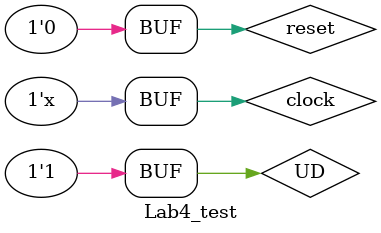
<source format=v>
`timescale 1ns / 1ps


module Lab4_test;
parameter half_period=50;
parameter counter_size=4;

wire[counter_size-1:0] Q;
wire [10:0] SSD;
reg clock,reset,UD;

Lab4 #(counter_size) UUT(Q,UD,clock,reset,SSD);

initial begin
#0 clock=0;reset=1;UD=1;
#50 reset=0;
end

always #half_period clock=~clock;
endmodule

</source>
